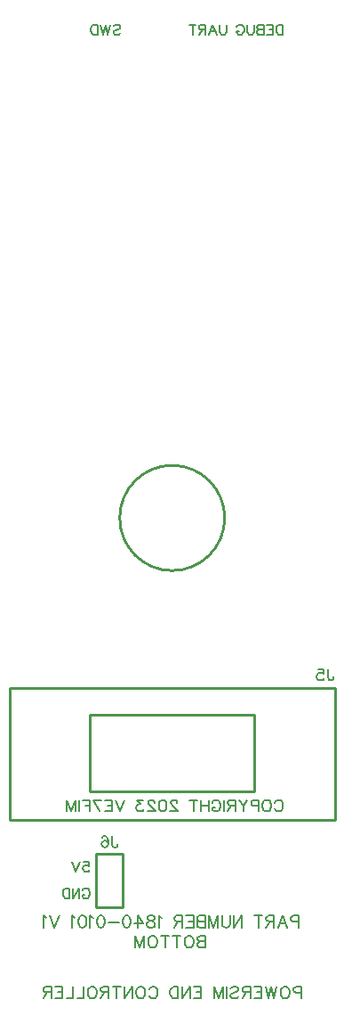
<source format=gbo>
G04 Layer: BottomSilkscreenLayer*
G04 EasyEDA v6.5.29, 2023-07-20 14:59:44*
G04 987ae69db31144c28cf86215047d26b3,5a6b42c53f6a479593ecc07194224c93,10*
G04 Gerber Generator version 0.2*
G04 Scale: 100 percent, Rotated: No, Reflected: No *
G04 Dimensions in millimeters *
G04 leading zeros omitted , absolute positions ,4 integer and 5 decimal *
%FSLAX45Y45*%
%MOMM*%

%ADD10C,0.1524*%
%ADD11C,0.2032*%
%ADD12C,0.2540*%

%LPD*%
D10*
X4355843Y9561367D02*
G01*
X4364987Y9570511D01*
X4378703Y9575083D01*
X4396991Y9575083D01*
X4410453Y9570511D01*
X4419597Y9561367D01*
X4419597Y9552477D01*
X4415025Y9543333D01*
X4410453Y9538761D01*
X4401309Y9534189D01*
X4374131Y9525045D01*
X4364987Y9520473D01*
X4360415Y9515901D01*
X4355843Y9507011D01*
X4355843Y9493295D01*
X4364987Y9484151D01*
X4378703Y9479579D01*
X4396991Y9479579D01*
X4410453Y9484151D01*
X4419597Y9493295D01*
X4325871Y9575083D02*
G01*
X4303265Y9479579D01*
X4280405Y9575083D02*
G01*
X4303265Y9479579D01*
X4280405Y9575083D02*
G01*
X4257799Y9479579D01*
X4234939Y9575083D02*
G01*
X4257799Y9479579D01*
X4204967Y9575083D02*
G01*
X4204967Y9479579D01*
X4204967Y9575083D02*
G01*
X4173217Y9575083D01*
X4159501Y9570511D01*
X4150611Y9561367D01*
X4146039Y9552477D01*
X4141467Y9538761D01*
X4141467Y9515901D01*
X4146039Y9502439D01*
X4150611Y9493295D01*
X4159501Y9484151D01*
X4173217Y9479579D01*
X4204967Y9479579D01*
X5969000Y9575037D02*
G01*
X5969000Y9479534D01*
X5969000Y9575037D02*
G01*
X5937250Y9575037D01*
X5923534Y9570465D01*
X5914390Y9561576D01*
X5909818Y9552431D01*
X5905245Y9538715D01*
X5905245Y9516110D01*
X5909818Y9502394D01*
X5914390Y9493250D01*
X5923534Y9484105D01*
X5937250Y9479534D01*
X5969000Y9479534D01*
X5875274Y9575037D02*
G01*
X5875274Y9479534D01*
X5875274Y9575037D02*
G01*
X5816345Y9575037D01*
X5875274Y9529571D02*
G01*
X5838952Y9529571D01*
X5875274Y9479534D02*
G01*
X5816345Y9479534D01*
X5786374Y9575037D02*
G01*
X5786374Y9479534D01*
X5786374Y9575037D02*
G01*
X5745479Y9575037D01*
X5731763Y9570465D01*
X5727191Y9565894D01*
X5722620Y9557004D01*
X5722620Y9547860D01*
X5727191Y9538715D01*
X5731763Y9534144D01*
X5745479Y9529571D01*
X5786374Y9529571D02*
G01*
X5745479Y9529571D01*
X5731763Y9525000D01*
X5727191Y9520681D01*
X5722620Y9511537D01*
X5722620Y9497821D01*
X5727191Y9488678D01*
X5731763Y9484105D01*
X5745479Y9479534D01*
X5786374Y9479534D01*
X5692647Y9575037D02*
G01*
X5692647Y9506965D01*
X5688075Y9493250D01*
X5678931Y9484105D01*
X5665470Y9479534D01*
X5656325Y9479534D01*
X5642609Y9484105D01*
X5633465Y9493250D01*
X5628893Y9506965D01*
X5628893Y9575037D01*
X5530850Y9552431D02*
G01*
X5535422Y9561576D01*
X5544565Y9570465D01*
X5553456Y9575037D01*
X5571743Y9575037D01*
X5580888Y9570465D01*
X5590031Y9561576D01*
X5594350Y9552431D01*
X5598922Y9538715D01*
X5598922Y9516110D01*
X5594350Y9502394D01*
X5590031Y9493250D01*
X5580888Y9484105D01*
X5571743Y9479534D01*
X5553456Y9479534D01*
X5544565Y9484105D01*
X5535422Y9493250D01*
X5530850Y9502394D01*
X5530850Y9516110D01*
X5553456Y9516110D02*
G01*
X5530850Y9516110D01*
X5430774Y9575037D02*
G01*
X5430774Y9506965D01*
X5426202Y9493250D01*
X5417058Y9484105D01*
X5403595Y9479534D01*
X5394452Y9479534D01*
X5380736Y9484105D01*
X5371845Y9493250D01*
X5367274Y9506965D01*
X5367274Y9575037D01*
X5300725Y9575037D02*
G01*
X5337302Y9479534D01*
X5300725Y9575037D02*
G01*
X5264404Y9479534D01*
X5323586Y9511537D02*
G01*
X5278120Y9511537D01*
X5234431Y9575037D02*
G01*
X5234431Y9479534D01*
X5234431Y9575037D02*
G01*
X5193538Y9575037D01*
X5179822Y9570465D01*
X5175250Y9565894D01*
X5170931Y9557004D01*
X5170931Y9547860D01*
X5175250Y9538715D01*
X5179822Y9534144D01*
X5193538Y9529571D01*
X5234431Y9529571D01*
X5202681Y9529571D02*
G01*
X5170931Y9479534D01*
X5108956Y9575037D02*
G01*
X5108956Y9479534D01*
X5140706Y9575037D02*
G01*
X5077206Y9575037D01*
X4342244Y1867938D02*
G01*
X4342244Y1784812D01*
X4347441Y1769224D01*
X4352635Y1764029D01*
X4363026Y1758835D01*
X4373417Y1758835D01*
X4383808Y1764029D01*
X4389005Y1769224D01*
X4394200Y1784812D01*
X4394200Y1795203D01*
X4245609Y1852353D02*
G01*
X4250804Y1862744D01*
X4266392Y1867938D01*
X4276783Y1867938D01*
X4292368Y1862744D01*
X4302759Y1847156D01*
X4307954Y1821179D01*
X4307954Y1795203D01*
X4302759Y1774421D01*
X4292368Y1764029D01*
X4276783Y1758835D01*
X4271586Y1758835D01*
X4256001Y1764029D01*
X4245609Y1774421D01*
X4240415Y1790006D01*
X4240415Y1795203D01*
X4245609Y1810788D01*
X4256001Y1821179D01*
X4271586Y1826374D01*
X4276783Y1826374D01*
X4292368Y1821179D01*
X4302759Y1810788D01*
X4307954Y1795203D01*
X4072890Y1624837D02*
G01*
X4118356Y1624837D01*
X4122927Y1583944D01*
X4118356Y1588515D01*
X4104893Y1593087D01*
X4091177Y1593087D01*
X4077461Y1588515D01*
X4068318Y1579371D01*
X4063745Y1565910D01*
X4063745Y1556765D01*
X4068318Y1543050D01*
X4077461Y1533905D01*
X4091177Y1529334D01*
X4104893Y1529334D01*
X4118356Y1533905D01*
X4122927Y1538478D01*
X4127500Y1547621D01*
X4033774Y1624837D02*
G01*
X3997452Y1529334D01*
X3961129Y1624837D02*
G01*
X3997452Y1529334D01*
X4059427Y1348231D02*
G01*
X4063745Y1357376D01*
X4072890Y1366265D01*
X4082034Y1370837D01*
X4100322Y1370837D01*
X4109211Y1366265D01*
X4118356Y1357376D01*
X4122927Y1348231D01*
X4127500Y1334515D01*
X4127500Y1311910D01*
X4122927Y1298194D01*
X4118356Y1289050D01*
X4109211Y1279905D01*
X4100322Y1275334D01*
X4082034Y1275334D01*
X4072890Y1279905D01*
X4063745Y1289050D01*
X4059427Y1298194D01*
X4059427Y1311910D01*
X4082034Y1311910D02*
G01*
X4059427Y1311910D01*
X4029202Y1370837D02*
G01*
X4029202Y1275334D01*
X4029202Y1370837D02*
G01*
X3965702Y1275334D01*
X3965702Y1370837D02*
G01*
X3965702Y1275334D01*
X3935729Y1370837D02*
G01*
X3935729Y1275334D01*
X3935729Y1370837D02*
G01*
X3903979Y1370837D01*
X3890263Y1366265D01*
X3881120Y1357376D01*
X3876547Y1348231D01*
X3871975Y1334515D01*
X3871975Y1311910D01*
X3876547Y1298194D01*
X3881120Y1289050D01*
X3890263Y1279905D01*
X3903979Y1275334D01*
X3935729Y1275334D01*
D11*
X6146800Y438589D02*
G01*
X6146800Y324045D01*
X6146800Y438589D02*
G01*
X6097709Y438589D01*
X6081346Y433136D01*
X6075890Y427682D01*
X6070437Y416773D01*
X6070437Y400408D01*
X6075890Y389498D01*
X6081346Y384045D01*
X6097709Y378589D01*
X6146800Y378589D01*
X6001710Y438589D02*
G01*
X6012619Y433136D01*
X6023528Y422226D01*
X6028982Y411317D01*
X6034435Y394954D01*
X6034435Y367682D01*
X6028982Y351317D01*
X6023528Y340408D01*
X6012619Y329498D01*
X6001710Y324045D01*
X5979891Y324045D01*
X5968982Y329498D01*
X5958072Y340408D01*
X5952619Y351317D01*
X5947163Y367682D01*
X5947163Y394954D01*
X5952619Y411317D01*
X5958072Y422226D01*
X5968982Y433136D01*
X5979891Y438589D01*
X6001710Y438589D01*
X5911164Y438589D02*
G01*
X5883892Y324045D01*
X5856617Y438589D02*
G01*
X5883892Y324045D01*
X5856617Y438589D02*
G01*
X5829345Y324045D01*
X5802073Y438589D02*
G01*
X5829345Y324045D01*
X5766074Y438589D02*
G01*
X5766074Y324045D01*
X5766074Y438589D02*
G01*
X5695165Y438589D01*
X5766074Y384045D02*
G01*
X5722437Y384045D01*
X5766074Y324045D02*
G01*
X5695165Y324045D01*
X5659165Y438589D02*
G01*
X5659165Y324045D01*
X5659165Y438589D02*
G01*
X5610072Y438589D01*
X5593709Y433136D01*
X5588256Y427682D01*
X5582800Y416773D01*
X5582800Y405864D01*
X5588256Y394954D01*
X5593709Y389498D01*
X5610072Y384045D01*
X5659165Y384045D01*
X5620981Y384045D02*
G01*
X5582800Y324045D01*
X5470438Y422226D02*
G01*
X5481347Y433136D01*
X5497710Y438589D01*
X5519529Y438589D01*
X5535891Y433136D01*
X5546801Y422226D01*
X5546801Y411317D01*
X5541347Y400408D01*
X5535891Y394954D01*
X5524982Y389498D01*
X5492254Y378589D01*
X5481347Y373136D01*
X5475892Y367682D01*
X5470438Y356773D01*
X5470438Y340408D01*
X5481347Y329498D01*
X5497710Y324045D01*
X5519529Y324045D01*
X5535891Y329498D01*
X5546801Y340408D01*
X5434436Y438589D02*
G01*
X5434436Y324045D01*
X5398437Y438589D02*
G01*
X5398437Y324045D01*
X5398437Y438589D02*
G01*
X5354802Y324045D01*
X5311165Y438589D02*
G01*
X5354802Y324045D01*
X5311165Y438589D02*
G01*
X5311165Y324045D01*
X5191165Y438589D02*
G01*
X5191165Y324045D01*
X5191165Y438589D02*
G01*
X5120256Y438589D01*
X5191165Y384045D02*
G01*
X5147528Y384045D01*
X5191165Y324045D02*
G01*
X5120256Y324045D01*
X5084257Y438589D02*
G01*
X5084257Y324045D01*
X5084257Y438589D02*
G01*
X5007891Y324045D01*
X5007891Y438589D02*
G01*
X5007891Y324045D01*
X4971892Y438589D02*
G01*
X4971892Y324045D01*
X4971892Y438589D02*
G01*
X4933711Y438589D01*
X4917348Y433136D01*
X4906439Y422226D01*
X4900983Y411317D01*
X4895529Y394954D01*
X4895529Y367682D01*
X4900983Y351317D01*
X4906439Y340408D01*
X4917348Y329498D01*
X4933711Y324045D01*
X4971892Y324045D01*
X4693711Y411317D02*
G01*
X4699167Y422226D01*
X4710074Y433136D01*
X4720983Y438589D01*
X4742802Y438589D01*
X4753711Y433136D01*
X4764620Y422226D01*
X4770074Y411317D01*
X4775530Y394954D01*
X4775530Y367682D01*
X4770074Y351317D01*
X4764620Y340408D01*
X4753711Y329498D01*
X4742802Y324045D01*
X4720983Y324045D01*
X4710074Y329498D01*
X4699167Y340408D01*
X4693711Y351317D01*
X4624984Y438589D02*
G01*
X4635893Y433136D01*
X4646802Y422226D01*
X4652256Y411317D01*
X4657712Y394954D01*
X4657712Y367682D01*
X4652256Y351317D01*
X4646802Y340408D01*
X4635893Y329498D01*
X4624984Y324045D01*
X4603165Y324045D01*
X4592256Y329498D01*
X4581349Y340408D01*
X4575893Y351317D01*
X4570440Y367682D01*
X4570440Y394954D01*
X4575893Y411317D01*
X4581349Y422226D01*
X4592256Y433136D01*
X4603165Y438589D01*
X4624984Y438589D01*
X4534438Y438589D02*
G01*
X4534438Y324045D01*
X4534438Y438589D02*
G01*
X4458075Y324045D01*
X4458075Y438589D02*
G01*
X4458075Y324045D01*
X4383895Y438589D02*
G01*
X4383895Y324045D01*
X4422076Y438589D02*
G01*
X4345713Y438589D01*
X4309711Y438589D02*
G01*
X4309711Y324045D01*
X4309711Y438589D02*
G01*
X4260621Y438589D01*
X4244258Y433136D01*
X4238802Y427682D01*
X4233349Y416773D01*
X4233349Y405864D01*
X4238802Y394954D01*
X4244258Y389498D01*
X4260621Y384045D01*
X4309711Y384045D01*
X4271530Y384045D02*
G01*
X4233349Y324045D01*
X4164622Y438589D02*
G01*
X4175531Y433136D01*
X4186440Y422226D01*
X4191894Y411317D01*
X4197350Y394954D01*
X4197350Y367682D01*
X4191894Y351317D01*
X4186440Y340408D01*
X4175531Y329498D01*
X4164622Y324045D01*
X4142803Y324045D01*
X4131894Y329498D01*
X4120984Y340408D01*
X4115531Y351317D01*
X4110075Y367682D01*
X4110075Y394954D01*
X4115531Y411317D01*
X4120984Y422226D01*
X4131894Y433136D01*
X4142803Y438589D01*
X4164622Y438589D01*
X4074076Y438589D02*
G01*
X4074076Y324045D01*
X4074076Y324045D02*
G01*
X4008622Y324045D01*
X3972623Y438589D02*
G01*
X3972623Y324045D01*
X3972623Y324045D02*
G01*
X3907167Y324045D01*
X3871168Y438589D02*
G01*
X3871168Y324045D01*
X3871168Y438589D02*
G01*
X3800259Y438589D01*
X3871168Y384045D02*
G01*
X3827531Y384045D01*
X3871168Y324045D02*
G01*
X3800259Y324045D01*
X3764259Y438589D02*
G01*
X3764259Y324045D01*
X3764259Y438589D02*
G01*
X3715169Y438589D01*
X3698803Y433136D01*
X3693350Y427682D01*
X3687894Y416773D01*
X3687894Y405864D01*
X3693350Y394954D01*
X3698803Y389498D01*
X3715169Y384045D01*
X3764259Y384045D01*
X3726078Y384045D02*
G01*
X3687894Y324045D01*
X6121400Y1111689D02*
G01*
X6121400Y997145D01*
X6121400Y1111689D02*
G01*
X6072309Y1111689D01*
X6055946Y1106236D01*
X6050490Y1100782D01*
X6045037Y1089873D01*
X6045037Y1073508D01*
X6050490Y1062598D01*
X6055946Y1057145D01*
X6072309Y1051689D01*
X6121400Y1051689D01*
X5965400Y1111689D02*
G01*
X6009035Y997145D01*
X5965400Y1111689D02*
G01*
X5921763Y997145D01*
X5992672Y1035326D02*
G01*
X5938128Y1035326D01*
X5885764Y1111689D02*
G01*
X5885764Y997145D01*
X5885764Y1111689D02*
G01*
X5836673Y1111689D01*
X5820310Y1106236D01*
X5814855Y1100782D01*
X5809401Y1089873D01*
X5809401Y1078964D01*
X5814855Y1068054D01*
X5820310Y1062598D01*
X5836673Y1057145D01*
X5885764Y1057145D01*
X5847582Y1057145D02*
G01*
X5809401Y997145D01*
X5735218Y1111689D02*
G01*
X5735218Y997145D01*
X5773399Y1111689D02*
G01*
X5697037Y1111689D01*
X5577037Y1111689D02*
G01*
X5577037Y997145D01*
X5577037Y1111689D02*
G01*
X5500674Y997145D01*
X5500674Y1111689D02*
G01*
X5500674Y997145D01*
X5464672Y1111689D02*
G01*
X5464672Y1029873D01*
X5459219Y1013508D01*
X5448310Y1002598D01*
X5431947Y997145D01*
X5421038Y997145D01*
X5404672Y1002598D01*
X5393766Y1013508D01*
X5388310Y1029873D01*
X5388310Y1111689D01*
X5352310Y1111689D02*
G01*
X5352310Y997145D01*
X5352310Y1111689D02*
G01*
X5308673Y997145D01*
X5265038Y1111689D02*
G01*
X5308673Y997145D01*
X5265038Y1111689D02*
G01*
X5265038Y997145D01*
X5229037Y1111689D02*
G01*
X5229037Y997145D01*
X5229037Y1111689D02*
G01*
X5179946Y1111689D01*
X5163583Y1106236D01*
X5158130Y1100782D01*
X5152674Y1089873D01*
X5152674Y1078964D01*
X5158130Y1068054D01*
X5163583Y1062598D01*
X5179946Y1057145D01*
X5229037Y1057145D02*
G01*
X5179946Y1057145D01*
X5163583Y1051689D01*
X5158130Y1046236D01*
X5152674Y1035326D01*
X5152674Y1018964D01*
X5158130Y1008054D01*
X5163583Y1002598D01*
X5179946Y997145D01*
X5229037Y997145D01*
X5116675Y1111689D02*
G01*
X5116675Y997145D01*
X5116675Y1111689D02*
G01*
X5045765Y1111689D01*
X5116675Y1057145D02*
G01*
X5073037Y1057145D01*
X5116675Y997145D02*
G01*
X5045765Y997145D01*
X5009766Y1111689D02*
G01*
X5009766Y997145D01*
X5009766Y1111689D02*
G01*
X4960675Y1111689D01*
X4944310Y1106236D01*
X4938857Y1100782D01*
X4933401Y1089873D01*
X4933401Y1078964D01*
X4938857Y1068054D01*
X4944310Y1062598D01*
X4960675Y1057145D01*
X5009766Y1057145D01*
X4971585Y1057145D02*
G01*
X4933401Y997145D01*
X4813401Y1089873D02*
G01*
X4802492Y1095326D01*
X4786129Y1111689D01*
X4786129Y997145D01*
X4722858Y1111689D02*
G01*
X4739220Y1106236D01*
X4744674Y1095326D01*
X4744674Y1084417D01*
X4739220Y1073508D01*
X4728311Y1068054D01*
X4706493Y1062598D01*
X4690130Y1057145D01*
X4679221Y1046236D01*
X4673767Y1035326D01*
X4673767Y1018964D01*
X4679221Y1008054D01*
X4684674Y1002598D01*
X4701039Y997145D01*
X4722858Y997145D01*
X4739220Y1002598D01*
X4744674Y1008054D01*
X4750130Y1018964D01*
X4750130Y1035326D01*
X4744674Y1046236D01*
X4733767Y1057145D01*
X4717402Y1062598D01*
X4695583Y1068054D01*
X4684674Y1073508D01*
X4679221Y1084417D01*
X4679221Y1095326D01*
X4684674Y1106236D01*
X4701039Y1111689D01*
X4722858Y1111689D01*
X4583221Y1111689D02*
G01*
X4637765Y1035326D01*
X4555949Y1035326D01*
X4583221Y1111689D02*
G01*
X4583221Y997145D01*
X4487222Y1111689D02*
G01*
X4503585Y1106236D01*
X4514494Y1089873D01*
X4519947Y1062598D01*
X4519947Y1046236D01*
X4514494Y1018964D01*
X4503585Y1002598D01*
X4487222Y997145D01*
X4476313Y997145D01*
X4459947Y1002598D01*
X4449038Y1018964D01*
X4443585Y1046236D01*
X4443585Y1062598D01*
X4449038Y1089873D01*
X4459947Y1106236D01*
X4476313Y1111689D01*
X4487222Y1111689D01*
X4407585Y1046236D02*
G01*
X4309404Y1046236D01*
X4240677Y1111689D02*
G01*
X4257040Y1106236D01*
X4267949Y1089873D01*
X4273402Y1062598D01*
X4273402Y1046236D01*
X4267949Y1018964D01*
X4257040Y1002598D01*
X4240677Y997145D01*
X4229768Y997145D01*
X4213402Y1002598D01*
X4202493Y1018964D01*
X4197040Y1046236D01*
X4197040Y1062598D01*
X4202493Y1089873D01*
X4213402Y1106236D01*
X4229768Y1111689D01*
X4240677Y1111689D01*
X4161040Y1089873D02*
G01*
X4150131Y1095326D01*
X4133768Y1111689D01*
X4133768Y997145D01*
X4065041Y1111689D02*
G01*
X4081404Y1106236D01*
X4092313Y1089873D01*
X4097766Y1062598D01*
X4097766Y1046236D01*
X4092313Y1018964D01*
X4081404Y1002598D01*
X4065041Y997145D01*
X4054132Y997145D01*
X4037766Y1002598D01*
X4026857Y1018964D01*
X4021404Y1046236D01*
X4021404Y1062598D01*
X4026857Y1089873D01*
X4037766Y1106236D01*
X4054132Y1111689D01*
X4065041Y1111689D01*
X3985404Y1089873D02*
G01*
X3974495Y1095326D01*
X3958132Y1111689D01*
X3958132Y997145D01*
X3838133Y1111689D02*
G01*
X3794495Y997145D01*
X3750858Y1111689D02*
G01*
X3794495Y997145D01*
X3714859Y1089873D02*
G01*
X3703949Y1095326D01*
X3687587Y1111689D01*
X3687587Y997145D01*
D10*
X5891067Y2184862D02*
G01*
X5896264Y2195253D01*
X5906655Y2205644D01*
X5917044Y2210838D01*
X5937826Y2210838D01*
X5948217Y2205644D01*
X5958608Y2195253D01*
X5963805Y2184862D01*
X5969000Y2169274D01*
X5969000Y2143297D01*
X5963805Y2127712D01*
X5958608Y2117321D01*
X5948217Y2106929D01*
X5937826Y2101735D01*
X5917044Y2101735D01*
X5906655Y2106929D01*
X5896264Y2117321D01*
X5891067Y2127712D01*
X5825604Y2210838D02*
G01*
X5835995Y2205644D01*
X5846386Y2195253D01*
X5851583Y2184862D01*
X5856777Y2169274D01*
X5856777Y2143297D01*
X5851583Y2127712D01*
X5846386Y2117321D01*
X5835995Y2106929D01*
X5825604Y2101735D01*
X5804824Y2101735D01*
X5794433Y2106929D01*
X5784042Y2117321D01*
X5778845Y2127712D01*
X5773651Y2143297D01*
X5773651Y2169274D01*
X5778845Y2184862D01*
X5784042Y2195253D01*
X5794433Y2205644D01*
X5804824Y2210838D01*
X5825604Y2210838D01*
X5739361Y2210838D02*
G01*
X5739361Y2101735D01*
X5739361Y2210838D02*
G01*
X5692602Y2210838D01*
X5677014Y2205644D01*
X5671820Y2200447D01*
X5666625Y2190056D01*
X5666625Y2174471D01*
X5671820Y2164079D01*
X5677014Y2158885D01*
X5692602Y2153688D01*
X5739361Y2153688D01*
X5632335Y2210838D02*
G01*
X5590771Y2158885D01*
X5590771Y2101735D01*
X5549206Y2210838D02*
G01*
X5590771Y2158885D01*
X5514916Y2210838D02*
G01*
X5514916Y2101735D01*
X5514916Y2210838D02*
G01*
X5468157Y2210838D01*
X5452572Y2205644D01*
X5447375Y2200447D01*
X5442181Y2190056D01*
X5442181Y2179665D01*
X5447375Y2169274D01*
X5452572Y2164079D01*
X5468157Y2158885D01*
X5514916Y2158885D01*
X5478548Y2158885D02*
G01*
X5442181Y2101735D01*
X5407891Y2210838D02*
G01*
X5407891Y2101735D01*
X5295668Y2184862D02*
G01*
X5300865Y2195253D01*
X5311254Y2205644D01*
X5321645Y2210838D01*
X5342427Y2210838D01*
X5352818Y2205644D01*
X5363209Y2195253D01*
X5368404Y2184862D01*
X5373601Y2169274D01*
X5373601Y2143297D01*
X5368404Y2127712D01*
X5363209Y2117321D01*
X5352818Y2106929D01*
X5342427Y2101735D01*
X5321645Y2101735D01*
X5311254Y2106929D01*
X5300865Y2117321D01*
X5295668Y2127712D01*
X5295668Y2143297D01*
X5321645Y2143297D02*
G01*
X5295668Y2143297D01*
X5261378Y2210838D02*
G01*
X5261378Y2101735D01*
X5188643Y2210838D02*
G01*
X5188643Y2101735D01*
X5261378Y2158885D02*
G01*
X5188643Y2158885D01*
X5117985Y2210838D02*
G01*
X5117985Y2101735D01*
X5154353Y2210838D02*
G01*
X5081615Y2210838D01*
X4962121Y2184862D02*
G01*
X4962121Y2190056D01*
X4956924Y2200447D01*
X4951729Y2205644D01*
X4941338Y2210838D01*
X4920556Y2210838D01*
X4910165Y2205644D01*
X4904971Y2200447D01*
X4899774Y2190056D01*
X4899774Y2179665D01*
X4904971Y2169274D01*
X4915362Y2153688D01*
X4967315Y2101735D01*
X4894579Y2101735D01*
X4829116Y2210838D02*
G01*
X4844704Y2205644D01*
X4855095Y2190056D01*
X4860290Y2164079D01*
X4860290Y2148494D01*
X4855095Y2122515D01*
X4844704Y2106929D01*
X4829116Y2101735D01*
X4818725Y2101735D01*
X4803140Y2106929D01*
X4792748Y2122515D01*
X4787554Y2148494D01*
X4787554Y2164079D01*
X4792748Y2190056D01*
X4803140Y2205644D01*
X4818725Y2210838D01*
X4829116Y2210838D01*
X4748067Y2184862D02*
G01*
X4748067Y2190056D01*
X4742873Y2200447D01*
X4737676Y2205644D01*
X4727285Y2210838D01*
X4706505Y2210838D01*
X4696114Y2205644D01*
X4690917Y2200447D01*
X4685723Y2190056D01*
X4685723Y2179665D01*
X4690917Y2169274D01*
X4701308Y2153688D01*
X4753264Y2101735D01*
X4680526Y2101735D01*
X4635845Y2210838D02*
G01*
X4578695Y2210838D01*
X4609868Y2169274D01*
X4594283Y2169274D01*
X4583892Y2164079D01*
X4578695Y2158885D01*
X4573501Y2143297D01*
X4573501Y2132906D01*
X4578695Y2117321D01*
X4589086Y2106929D01*
X4604674Y2101735D01*
X4620259Y2101735D01*
X4635845Y2106929D01*
X4641042Y2112124D01*
X4646236Y2122515D01*
X4459201Y2210838D02*
G01*
X4417636Y2101735D01*
X4376074Y2210838D02*
G01*
X4417636Y2101735D01*
X4341784Y2210838D02*
G01*
X4341784Y2101735D01*
X4341784Y2210838D02*
G01*
X4274243Y2210838D01*
X4341784Y2158885D02*
G01*
X4300220Y2158885D01*
X4341784Y2101735D02*
G01*
X4274243Y2101735D01*
X4167215Y2210838D02*
G01*
X4219171Y2101735D01*
X4239953Y2210838D02*
G01*
X4167215Y2210838D01*
X4132925Y2210838D02*
G01*
X4132925Y2101735D01*
X4132925Y2210838D02*
G01*
X4065384Y2210838D01*
X4132925Y2158885D02*
G01*
X4091363Y2158885D01*
X4031094Y2210838D02*
G01*
X4031094Y2101735D01*
X3996804Y2210838D02*
G01*
X3996804Y2101735D01*
X3996804Y2210838D02*
G01*
X3955242Y2101735D01*
X3913677Y2210838D02*
G01*
X3955242Y2101735D01*
X3913677Y2210838D02*
G01*
X3913677Y2101735D01*
D11*
X5232400Y921189D02*
G01*
X5232400Y806645D01*
X5232400Y921189D02*
G01*
X5183309Y921189D01*
X5166946Y915736D01*
X5161490Y910282D01*
X5156037Y899373D01*
X5156037Y888464D01*
X5161490Y877554D01*
X5166946Y872098D01*
X5183309Y866645D01*
X5232400Y866645D02*
G01*
X5183309Y866645D01*
X5166946Y861189D01*
X5161490Y855736D01*
X5156037Y844826D01*
X5156037Y828464D01*
X5161490Y817554D01*
X5166946Y812098D01*
X5183309Y806645D01*
X5232400Y806645D01*
X5087310Y921189D02*
G01*
X5098219Y915736D01*
X5109128Y904826D01*
X5114582Y893917D01*
X5120035Y877554D01*
X5120035Y850282D01*
X5114582Y833917D01*
X5109128Y823008D01*
X5098219Y812098D01*
X5087310Y806645D01*
X5065491Y806645D01*
X5054582Y812098D01*
X5043672Y823008D01*
X5038219Y833917D01*
X5032763Y850282D01*
X5032763Y877554D01*
X5038219Y893917D01*
X5043672Y904826D01*
X5054582Y915736D01*
X5065491Y921189D01*
X5087310Y921189D01*
X4958582Y921189D02*
G01*
X4958582Y806645D01*
X4996764Y921189D02*
G01*
X4920401Y921189D01*
X4846218Y921189D02*
G01*
X4846218Y806645D01*
X4884399Y921189D02*
G01*
X4808037Y921189D01*
X4739309Y921189D02*
G01*
X4750219Y915736D01*
X4761128Y904826D01*
X4766581Y893917D01*
X4772037Y877554D01*
X4772037Y850282D01*
X4766581Y833917D01*
X4761128Y823008D01*
X4750219Y812098D01*
X4739309Y806645D01*
X4717491Y806645D01*
X4706581Y812098D01*
X4695672Y823008D01*
X4690219Y833917D01*
X4684765Y850282D01*
X4684765Y877554D01*
X4690219Y893917D01*
X4695672Y904826D01*
X4706581Y915736D01*
X4717491Y921189D01*
X4739309Y921189D01*
X4648763Y921189D02*
G01*
X4648763Y806645D01*
X4648763Y921189D02*
G01*
X4605129Y806645D01*
X4561492Y921189D02*
G01*
X4605129Y806645D01*
X4561492Y921189D02*
G01*
X4561492Y806645D01*
D10*
X6399618Y3455428D02*
G01*
X6399618Y3372302D01*
X6404815Y3356714D01*
X6410010Y3351519D01*
X6420401Y3346325D01*
X6430792Y3346325D01*
X6441183Y3351519D01*
X6446380Y3356714D01*
X6451574Y3372302D01*
X6451574Y3382693D01*
X6302984Y3455428D02*
G01*
X6354940Y3455428D01*
X6360134Y3408669D01*
X6354940Y3413864D01*
X6339352Y3419060D01*
X6323766Y3419060D01*
X6308178Y3413864D01*
X6297790Y3403475D01*
X6292593Y3387887D01*
X6292593Y3377496D01*
X6297790Y3361910D01*
X6308178Y3351519D01*
X6323766Y3346325D01*
X6339352Y3346325D01*
X6354940Y3351519D01*
X6360134Y3356714D01*
X6365328Y3367105D01*
D12*
X4445000Y1193800D02*
G01*
X4191000Y1193800D01*
X4191000Y1701800D01*
X4445000Y1701800D01*
X4445000Y1193800D01*
X4191000Y1193800D01*
X5695927Y3016234D02*
G01*
X5683216Y3016237D01*
X4133816Y3016237D01*
X4133816Y2292337D01*
X5695916Y2292337D01*
X5695916Y3016237D01*
X6464272Y2019287D02*
G01*
X6464272Y3276587D01*
X3365472Y3276587D01*
X3365472Y2019287D01*
X6464272Y2019287D01*
G75*
G01
X5414899Y4889500D02*
G03X5414899Y4889500I-499999J0D01*
M02*

</source>
